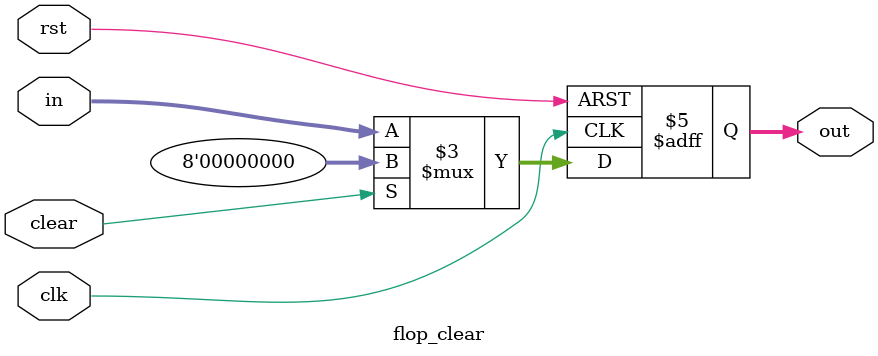
<source format=v>
`timescale 1ns / 1ps


module flop_clear #(parameter WIDTH = 8)(
	input wire clk,rst,clear,
	input wire[WIDTH-1:0] in,
	output reg[WIDTH-1:0] out
    );

	always @(posedge clk or posedge rst) begin
		if(rst) begin
			out <= 0;
		end else if (clear)begin
			out <= 0;
		end else begin 
			out <= in;
		end
	end
endmodule

</source>
